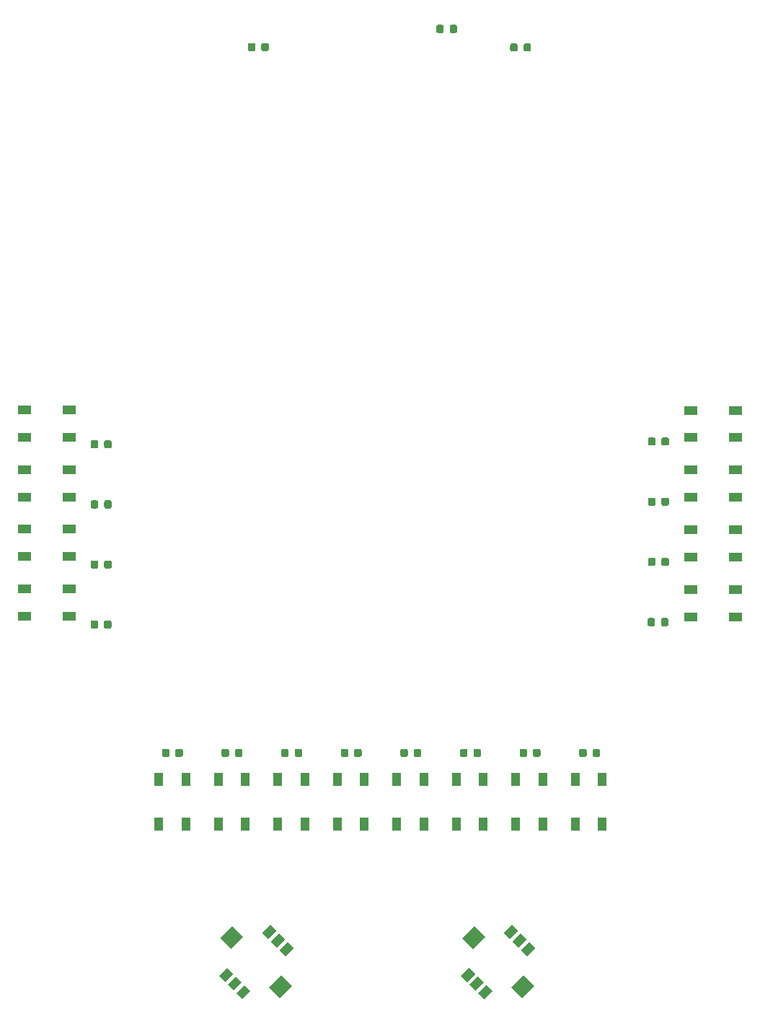
<source format=gtp>
G04 #@! TF.GenerationSoftware,KiCad,Pcbnew,(5.1.5)-3*
G04 #@! TF.CreationDate,2020-11-22T15:34:09-07:00*
G04 #@! TF.ProjectId,purplewizard,70757270-6c65-4776-997a-6172642e6b69,0.1*
G04 #@! TF.SameCoordinates,Original*
G04 #@! TF.FileFunction,Paste,Top*
G04 #@! TF.FilePolarity,Positive*
%FSLAX46Y46*%
G04 Gerber Fmt 4.6, Leading zero omitted, Abs format (unit mm)*
G04 Created by KiCad (PCBNEW (5.1.5)-3) date 2020-11-22 15:34:09*
%MOMM*%
%LPD*%
G04 APERTURE LIST*
%ADD10C,0.100000*%
%ADD11R,1.550000X1.000000*%
%ADD12R,1.000000X1.550000*%
G04 APERTURE END LIST*
D10*
G36*
X116699291Y-94530519D02*
G01*
X116720526Y-94533669D01*
X116741350Y-94538885D01*
X116761562Y-94546117D01*
X116780968Y-94555296D01*
X116799381Y-94566332D01*
X116816624Y-94579120D01*
X116832530Y-94593536D01*
X116846946Y-94609442D01*
X116859734Y-94626685D01*
X116870770Y-94645098D01*
X116879949Y-94664504D01*
X116887181Y-94684716D01*
X116892397Y-94705540D01*
X116895547Y-94726775D01*
X116896600Y-94748216D01*
X116896600Y-95260716D01*
X116895547Y-95282157D01*
X116892397Y-95303392D01*
X116887181Y-95324216D01*
X116879949Y-95344428D01*
X116870770Y-95363834D01*
X116859734Y-95382247D01*
X116846946Y-95399490D01*
X116832530Y-95415396D01*
X116816624Y-95429812D01*
X116799381Y-95442600D01*
X116780968Y-95453636D01*
X116761562Y-95462815D01*
X116741350Y-95470047D01*
X116720526Y-95475263D01*
X116699291Y-95478413D01*
X116677850Y-95479466D01*
X116240350Y-95479466D01*
X116218909Y-95478413D01*
X116197674Y-95475263D01*
X116176850Y-95470047D01*
X116156638Y-95462815D01*
X116137232Y-95453636D01*
X116118819Y-95442600D01*
X116101576Y-95429812D01*
X116085670Y-95415396D01*
X116071254Y-95399490D01*
X116058466Y-95382247D01*
X116047430Y-95363834D01*
X116038251Y-95344428D01*
X116031019Y-95324216D01*
X116025803Y-95303392D01*
X116022653Y-95282157D01*
X116021600Y-95260716D01*
X116021600Y-94748216D01*
X116022653Y-94726775D01*
X116025803Y-94705540D01*
X116031019Y-94684716D01*
X116038251Y-94664504D01*
X116047430Y-94645098D01*
X116058466Y-94626685D01*
X116071254Y-94609442D01*
X116085670Y-94593536D01*
X116101576Y-94579120D01*
X116118819Y-94566332D01*
X116137232Y-94555296D01*
X116156638Y-94546117D01*
X116176850Y-94538885D01*
X116197674Y-94533669D01*
X116218909Y-94530519D01*
X116240350Y-94529466D01*
X116677850Y-94529466D01*
X116699291Y-94530519D01*
G37*
G36*
X115124291Y-94530519D02*
G01*
X115145526Y-94533669D01*
X115166350Y-94538885D01*
X115186562Y-94546117D01*
X115205968Y-94555296D01*
X115224381Y-94566332D01*
X115241624Y-94579120D01*
X115257530Y-94593536D01*
X115271946Y-94609442D01*
X115284734Y-94626685D01*
X115295770Y-94645098D01*
X115304949Y-94664504D01*
X115312181Y-94684716D01*
X115317397Y-94705540D01*
X115320547Y-94726775D01*
X115321600Y-94748216D01*
X115321600Y-95260716D01*
X115320547Y-95282157D01*
X115317397Y-95303392D01*
X115312181Y-95324216D01*
X115304949Y-95344428D01*
X115295770Y-95363834D01*
X115284734Y-95382247D01*
X115271946Y-95399490D01*
X115257530Y-95415396D01*
X115241624Y-95429812D01*
X115224381Y-95442600D01*
X115205968Y-95453636D01*
X115186562Y-95462815D01*
X115166350Y-95470047D01*
X115145526Y-95475263D01*
X115124291Y-95478413D01*
X115102850Y-95479466D01*
X114665350Y-95479466D01*
X114643909Y-95478413D01*
X114622674Y-95475263D01*
X114601850Y-95470047D01*
X114581638Y-95462815D01*
X114562232Y-95453636D01*
X114543819Y-95442600D01*
X114526576Y-95429812D01*
X114510670Y-95415396D01*
X114496254Y-95399490D01*
X114483466Y-95382247D01*
X114472430Y-95363834D01*
X114463251Y-95344428D01*
X114456019Y-95324216D01*
X114450803Y-95303392D01*
X114447653Y-95282157D01*
X114446600Y-95260716D01*
X114446600Y-94748216D01*
X114447653Y-94726775D01*
X114450803Y-94705540D01*
X114456019Y-94684716D01*
X114463251Y-94664504D01*
X114472430Y-94645098D01*
X114483466Y-94626685D01*
X114496254Y-94609442D01*
X114510670Y-94593536D01*
X114526576Y-94579120D01*
X114543819Y-94566332D01*
X114562232Y-94555296D01*
X114581638Y-94546117D01*
X114601850Y-94538885D01*
X114622674Y-94533669D01*
X114643909Y-94530519D01*
X114665350Y-94529466D01*
X115102850Y-94529466D01*
X115124291Y-94530519D01*
G37*
G36*
X116699291Y-101574785D02*
G01*
X116720526Y-101577935D01*
X116741350Y-101583151D01*
X116761562Y-101590383D01*
X116780968Y-101599562D01*
X116799381Y-101610598D01*
X116816624Y-101623386D01*
X116832530Y-101637802D01*
X116846946Y-101653708D01*
X116859734Y-101670951D01*
X116870770Y-101689364D01*
X116879949Y-101708770D01*
X116887181Y-101728982D01*
X116892397Y-101749806D01*
X116895547Y-101771041D01*
X116896600Y-101792482D01*
X116896600Y-102304982D01*
X116895547Y-102326423D01*
X116892397Y-102347658D01*
X116887181Y-102368482D01*
X116879949Y-102388694D01*
X116870770Y-102408100D01*
X116859734Y-102426513D01*
X116846946Y-102443756D01*
X116832530Y-102459662D01*
X116816624Y-102474078D01*
X116799381Y-102486866D01*
X116780968Y-102497902D01*
X116761562Y-102507081D01*
X116741350Y-102514313D01*
X116720526Y-102519529D01*
X116699291Y-102522679D01*
X116677850Y-102523732D01*
X116240350Y-102523732D01*
X116218909Y-102522679D01*
X116197674Y-102519529D01*
X116176850Y-102514313D01*
X116156638Y-102507081D01*
X116137232Y-102497902D01*
X116118819Y-102486866D01*
X116101576Y-102474078D01*
X116085670Y-102459662D01*
X116071254Y-102443756D01*
X116058466Y-102426513D01*
X116047430Y-102408100D01*
X116038251Y-102388694D01*
X116031019Y-102368482D01*
X116025803Y-102347658D01*
X116022653Y-102326423D01*
X116021600Y-102304982D01*
X116021600Y-101792482D01*
X116022653Y-101771041D01*
X116025803Y-101749806D01*
X116031019Y-101728982D01*
X116038251Y-101708770D01*
X116047430Y-101689364D01*
X116058466Y-101670951D01*
X116071254Y-101653708D01*
X116085670Y-101637802D01*
X116101576Y-101623386D01*
X116118819Y-101610598D01*
X116137232Y-101599562D01*
X116156638Y-101590383D01*
X116176850Y-101583151D01*
X116197674Y-101577935D01*
X116218909Y-101574785D01*
X116240350Y-101573732D01*
X116677850Y-101573732D01*
X116699291Y-101574785D01*
G37*
G36*
X115124291Y-101574785D02*
G01*
X115145526Y-101577935D01*
X115166350Y-101583151D01*
X115186562Y-101590383D01*
X115205968Y-101599562D01*
X115224381Y-101610598D01*
X115241624Y-101623386D01*
X115257530Y-101637802D01*
X115271946Y-101653708D01*
X115284734Y-101670951D01*
X115295770Y-101689364D01*
X115304949Y-101708770D01*
X115312181Y-101728982D01*
X115317397Y-101749806D01*
X115320547Y-101771041D01*
X115321600Y-101792482D01*
X115321600Y-102304982D01*
X115320547Y-102326423D01*
X115317397Y-102347658D01*
X115312181Y-102368482D01*
X115304949Y-102388694D01*
X115295770Y-102408100D01*
X115284734Y-102426513D01*
X115271946Y-102443756D01*
X115257530Y-102459662D01*
X115241624Y-102474078D01*
X115224381Y-102486866D01*
X115205968Y-102497902D01*
X115186562Y-102507081D01*
X115166350Y-102514313D01*
X115145526Y-102519529D01*
X115124291Y-102522679D01*
X115102850Y-102523732D01*
X114665350Y-102523732D01*
X114643909Y-102522679D01*
X114622674Y-102519529D01*
X114601850Y-102514313D01*
X114581638Y-102507081D01*
X114562232Y-102497902D01*
X114543819Y-102486866D01*
X114526576Y-102474078D01*
X114510670Y-102459662D01*
X114496254Y-102443756D01*
X114483466Y-102426513D01*
X114472430Y-102408100D01*
X114463251Y-102388694D01*
X114456019Y-102368482D01*
X114450803Y-102347658D01*
X114447653Y-102326423D01*
X114446600Y-102304982D01*
X114446600Y-101792482D01*
X114447653Y-101771041D01*
X114450803Y-101749806D01*
X114456019Y-101728982D01*
X114463251Y-101708770D01*
X114472430Y-101689364D01*
X114483466Y-101670951D01*
X114496254Y-101653708D01*
X114510670Y-101637802D01*
X114526576Y-101623386D01*
X114543819Y-101610598D01*
X114562232Y-101599562D01*
X114581638Y-101590383D01*
X114601850Y-101583151D01*
X114622674Y-101577935D01*
X114643909Y-101574785D01*
X114665350Y-101573732D01*
X115102850Y-101573732D01*
X115124291Y-101574785D01*
G37*
G36*
X180554691Y-101278453D02*
G01*
X180575926Y-101281603D01*
X180596750Y-101286819D01*
X180616962Y-101294051D01*
X180636368Y-101303230D01*
X180654781Y-101314266D01*
X180672024Y-101327054D01*
X180687930Y-101341470D01*
X180702346Y-101357376D01*
X180715134Y-101374619D01*
X180726170Y-101393032D01*
X180735349Y-101412438D01*
X180742581Y-101432650D01*
X180747797Y-101453474D01*
X180750947Y-101474709D01*
X180752000Y-101496150D01*
X180752000Y-102008650D01*
X180750947Y-102030091D01*
X180747797Y-102051326D01*
X180742581Y-102072150D01*
X180735349Y-102092362D01*
X180726170Y-102111768D01*
X180715134Y-102130181D01*
X180702346Y-102147424D01*
X180687930Y-102163330D01*
X180672024Y-102177746D01*
X180654781Y-102190534D01*
X180636368Y-102201570D01*
X180616962Y-102210749D01*
X180596750Y-102217981D01*
X180575926Y-102223197D01*
X180554691Y-102226347D01*
X180533250Y-102227400D01*
X180095750Y-102227400D01*
X180074309Y-102226347D01*
X180053074Y-102223197D01*
X180032250Y-102217981D01*
X180012038Y-102210749D01*
X179992632Y-102201570D01*
X179974219Y-102190534D01*
X179956976Y-102177746D01*
X179941070Y-102163330D01*
X179926654Y-102147424D01*
X179913866Y-102130181D01*
X179902830Y-102111768D01*
X179893651Y-102092362D01*
X179886419Y-102072150D01*
X179881203Y-102051326D01*
X179878053Y-102030091D01*
X179877000Y-102008650D01*
X179877000Y-101496150D01*
X179878053Y-101474709D01*
X179881203Y-101453474D01*
X179886419Y-101432650D01*
X179893651Y-101412438D01*
X179902830Y-101393032D01*
X179913866Y-101374619D01*
X179926654Y-101357376D01*
X179941070Y-101341470D01*
X179956976Y-101327054D01*
X179974219Y-101314266D01*
X179992632Y-101303230D01*
X180012038Y-101294051D01*
X180032250Y-101286819D01*
X180053074Y-101281603D01*
X180074309Y-101278453D01*
X180095750Y-101277400D01*
X180533250Y-101277400D01*
X180554691Y-101278453D01*
G37*
G36*
X182129691Y-101278453D02*
G01*
X182150926Y-101281603D01*
X182171750Y-101286819D01*
X182191962Y-101294051D01*
X182211368Y-101303230D01*
X182229781Y-101314266D01*
X182247024Y-101327054D01*
X182262930Y-101341470D01*
X182277346Y-101357376D01*
X182290134Y-101374619D01*
X182301170Y-101393032D01*
X182310349Y-101412438D01*
X182317581Y-101432650D01*
X182322797Y-101453474D01*
X182325947Y-101474709D01*
X182327000Y-101496150D01*
X182327000Y-102008650D01*
X182325947Y-102030091D01*
X182322797Y-102051326D01*
X182317581Y-102072150D01*
X182310349Y-102092362D01*
X182301170Y-102111768D01*
X182290134Y-102130181D01*
X182277346Y-102147424D01*
X182262930Y-102163330D01*
X182247024Y-102177746D01*
X182229781Y-102190534D01*
X182211368Y-102201570D01*
X182191962Y-102210749D01*
X182171750Y-102217981D01*
X182150926Y-102223197D01*
X182129691Y-102226347D01*
X182108250Y-102227400D01*
X181670750Y-102227400D01*
X181649309Y-102226347D01*
X181628074Y-102223197D01*
X181607250Y-102217981D01*
X181587038Y-102210749D01*
X181567632Y-102201570D01*
X181549219Y-102190534D01*
X181531976Y-102177746D01*
X181516070Y-102163330D01*
X181501654Y-102147424D01*
X181488866Y-102130181D01*
X181477830Y-102111768D01*
X181468651Y-102092362D01*
X181461419Y-102072150D01*
X181456203Y-102051326D01*
X181453053Y-102030091D01*
X181452000Y-102008650D01*
X181452000Y-101496150D01*
X181453053Y-101474709D01*
X181456203Y-101453474D01*
X181461419Y-101432650D01*
X181468651Y-101412438D01*
X181477830Y-101393032D01*
X181488866Y-101374619D01*
X181501654Y-101357376D01*
X181516070Y-101341470D01*
X181531976Y-101327054D01*
X181549219Y-101314266D01*
X181567632Y-101303230D01*
X181587038Y-101294051D01*
X181607250Y-101286819D01*
X181628074Y-101281603D01*
X181649309Y-101278453D01*
X181670750Y-101277400D01*
X182108250Y-101277400D01*
X182129691Y-101278453D01*
G37*
G36*
X137479919Y-123681253D02*
G01*
X137501154Y-123684403D01*
X137521978Y-123689619D01*
X137542190Y-123696851D01*
X137561596Y-123706030D01*
X137580009Y-123717066D01*
X137597252Y-123729854D01*
X137613158Y-123744270D01*
X137627574Y-123760176D01*
X137640362Y-123777419D01*
X137651398Y-123795832D01*
X137660577Y-123815238D01*
X137667809Y-123835450D01*
X137673025Y-123856274D01*
X137676175Y-123877509D01*
X137677228Y-123898950D01*
X137677228Y-124411450D01*
X137676175Y-124432891D01*
X137673025Y-124454126D01*
X137667809Y-124474950D01*
X137660577Y-124495162D01*
X137651398Y-124514568D01*
X137640362Y-124532981D01*
X137627574Y-124550224D01*
X137613158Y-124566130D01*
X137597252Y-124580546D01*
X137580009Y-124593334D01*
X137561596Y-124604370D01*
X137542190Y-124613549D01*
X137521978Y-124620781D01*
X137501154Y-124625997D01*
X137479919Y-124629147D01*
X137458478Y-124630200D01*
X137020978Y-124630200D01*
X136999537Y-124629147D01*
X136978302Y-124625997D01*
X136957478Y-124620781D01*
X136937266Y-124613549D01*
X136917860Y-124604370D01*
X136899447Y-124593334D01*
X136882204Y-124580546D01*
X136866298Y-124566130D01*
X136851882Y-124550224D01*
X136839094Y-124532981D01*
X136828058Y-124514568D01*
X136818879Y-124495162D01*
X136811647Y-124474950D01*
X136806431Y-124454126D01*
X136803281Y-124432891D01*
X136802228Y-124411450D01*
X136802228Y-123898950D01*
X136803281Y-123877509D01*
X136806431Y-123856274D01*
X136811647Y-123835450D01*
X136818879Y-123815238D01*
X136828058Y-123795832D01*
X136839094Y-123777419D01*
X136851882Y-123760176D01*
X136866298Y-123744270D01*
X136882204Y-123729854D01*
X136899447Y-123717066D01*
X136917860Y-123706030D01*
X136937266Y-123696851D01*
X136957478Y-123689619D01*
X136978302Y-123684403D01*
X136999537Y-123681253D01*
X137020978Y-123680200D01*
X137458478Y-123680200D01*
X137479919Y-123681253D01*
G37*
G36*
X139054919Y-123681253D02*
G01*
X139076154Y-123684403D01*
X139096978Y-123689619D01*
X139117190Y-123696851D01*
X139136596Y-123706030D01*
X139155009Y-123717066D01*
X139172252Y-123729854D01*
X139188158Y-123744270D01*
X139202574Y-123760176D01*
X139215362Y-123777419D01*
X139226398Y-123795832D01*
X139235577Y-123815238D01*
X139242809Y-123835450D01*
X139248025Y-123856274D01*
X139251175Y-123877509D01*
X139252228Y-123898950D01*
X139252228Y-124411450D01*
X139251175Y-124432891D01*
X139248025Y-124454126D01*
X139242809Y-124474950D01*
X139235577Y-124495162D01*
X139226398Y-124514568D01*
X139215362Y-124532981D01*
X139202574Y-124550224D01*
X139188158Y-124566130D01*
X139172252Y-124580546D01*
X139155009Y-124593334D01*
X139136596Y-124604370D01*
X139117190Y-124613549D01*
X139096978Y-124620781D01*
X139076154Y-124625997D01*
X139054919Y-124629147D01*
X139033478Y-124630200D01*
X138595978Y-124630200D01*
X138574537Y-124629147D01*
X138553302Y-124625997D01*
X138532478Y-124620781D01*
X138512266Y-124613549D01*
X138492860Y-124604370D01*
X138474447Y-124593334D01*
X138457204Y-124580546D01*
X138441298Y-124566130D01*
X138426882Y-124550224D01*
X138414094Y-124532981D01*
X138403058Y-124514568D01*
X138393879Y-124495162D01*
X138386647Y-124474950D01*
X138381431Y-124454126D01*
X138378281Y-124432891D01*
X138377228Y-124411450D01*
X138377228Y-123898950D01*
X138378281Y-123877509D01*
X138381431Y-123856274D01*
X138386647Y-123835450D01*
X138393879Y-123815238D01*
X138403058Y-123795832D01*
X138414094Y-123777419D01*
X138426882Y-123760176D01*
X138441298Y-123744270D01*
X138457204Y-123729854D01*
X138474447Y-123717066D01*
X138492860Y-123706030D01*
X138512266Y-123696851D01*
X138532478Y-123689619D01*
X138553302Y-123684403D01*
X138574537Y-123681253D01*
X138595978Y-123680200D01*
X139033478Y-123680200D01*
X139054919Y-123681253D01*
G37*
G36*
X135153291Y-40869653D02*
G01*
X135174526Y-40872803D01*
X135195350Y-40878019D01*
X135215562Y-40885251D01*
X135234968Y-40894430D01*
X135253381Y-40905466D01*
X135270624Y-40918254D01*
X135286530Y-40932670D01*
X135300946Y-40948576D01*
X135313734Y-40965819D01*
X135324770Y-40984232D01*
X135333949Y-41003638D01*
X135341181Y-41023850D01*
X135346397Y-41044674D01*
X135349547Y-41065909D01*
X135350600Y-41087350D01*
X135350600Y-41599850D01*
X135349547Y-41621291D01*
X135346397Y-41642526D01*
X135341181Y-41663350D01*
X135333949Y-41683562D01*
X135324770Y-41702968D01*
X135313734Y-41721381D01*
X135300946Y-41738624D01*
X135286530Y-41754530D01*
X135270624Y-41768946D01*
X135253381Y-41781734D01*
X135234968Y-41792770D01*
X135215562Y-41801949D01*
X135195350Y-41809181D01*
X135174526Y-41814397D01*
X135153291Y-41817547D01*
X135131850Y-41818600D01*
X134694350Y-41818600D01*
X134672909Y-41817547D01*
X134651674Y-41814397D01*
X134630850Y-41809181D01*
X134610638Y-41801949D01*
X134591232Y-41792770D01*
X134572819Y-41781734D01*
X134555576Y-41768946D01*
X134539670Y-41754530D01*
X134525254Y-41738624D01*
X134512466Y-41721381D01*
X134501430Y-41702968D01*
X134492251Y-41683562D01*
X134485019Y-41663350D01*
X134479803Y-41642526D01*
X134476653Y-41621291D01*
X134475600Y-41599850D01*
X134475600Y-41087350D01*
X134476653Y-41065909D01*
X134479803Y-41044674D01*
X134485019Y-41023850D01*
X134492251Y-41003638D01*
X134501430Y-40984232D01*
X134512466Y-40965819D01*
X134525254Y-40948576D01*
X134539670Y-40932670D01*
X134555576Y-40918254D01*
X134572819Y-40905466D01*
X134591232Y-40894430D01*
X134610638Y-40885251D01*
X134630850Y-40878019D01*
X134651674Y-40872803D01*
X134672909Y-40869653D01*
X134694350Y-40868600D01*
X135131850Y-40868600D01*
X135153291Y-40869653D01*
G37*
G36*
X133578291Y-40869653D02*
G01*
X133599526Y-40872803D01*
X133620350Y-40878019D01*
X133640562Y-40885251D01*
X133659968Y-40894430D01*
X133678381Y-40905466D01*
X133695624Y-40918254D01*
X133711530Y-40932670D01*
X133725946Y-40948576D01*
X133738734Y-40965819D01*
X133749770Y-40984232D01*
X133758949Y-41003638D01*
X133766181Y-41023850D01*
X133771397Y-41044674D01*
X133774547Y-41065909D01*
X133775600Y-41087350D01*
X133775600Y-41599850D01*
X133774547Y-41621291D01*
X133771397Y-41642526D01*
X133766181Y-41663350D01*
X133758949Y-41683562D01*
X133749770Y-41702968D01*
X133738734Y-41721381D01*
X133725946Y-41738624D01*
X133711530Y-41754530D01*
X133695624Y-41768946D01*
X133678381Y-41781734D01*
X133659968Y-41792770D01*
X133640562Y-41801949D01*
X133620350Y-41809181D01*
X133599526Y-41814397D01*
X133578291Y-41817547D01*
X133556850Y-41818600D01*
X133119350Y-41818600D01*
X133097909Y-41817547D01*
X133076674Y-41814397D01*
X133055850Y-41809181D01*
X133035638Y-41801949D01*
X133016232Y-41792770D01*
X132997819Y-41781734D01*
X132980576Y-41768946D01*
X132964670Y-41754530D01*
X132950254Y-41738624D01*
X132937466Y-41721381D01*
X132926430Y-41702968D01*
X132917251Y-41683562D01*
X132910019Y-41663350D01*
X132904803Y-41642526D01*
X132901653Y-41621291D01*
X132900600Y-41599850D01*
X132900600Y-41087350D01*
X132901653Y-41065909D01*
X132904803Y-41044674D01*
X132910019Y-41023850D01*
X132917251Y-41003638D01*
X132926430Y-40984232D01*
X132937466Y-40965819D01*
X132950254Y-40948576D01*
X132964670Y-40932670D01*
X132980576Y-40918254D01*
X132997819Y-40905466D01*
X133016232Y-40894430D01*
X133035638Y-40885251D01*
X133055850Y-40878019D01*
X133076674Y-40872803D01*
X133097909Y-40869653D01*
X133119350Y-40868600D01*
X133556850Y-40868600D01*
X133578291Y-40869653D01*
G37*
G36*
X116673891Y-108619053D02*
G01*
X116695126Y-108622203D01*
X116715950Y-108627419D01*
X116736162Y-108634651D01*
X116755568Y-108643830D01*
X116773981Y-108654866D01*
X116791224Y-108667654D01*
X116807130Y-108682070D01*
X116821546Y-108697976D01*
X116834334Y-108715219D01*
X116845370Y-108733632D01*
X116854549Y-108753038D01*
X116861781Y-108773250D01*
X116866997Y-108794074D01*
X116870147Y-108815309D01*
X116871200Y-108836750D01*
X116871200Y-109349250D01*
X116870147Y-109370691D01*
X116866997Y-109391926D01*
X116861781Y-109412750D01*
X116854549Y-109432962D01*
X116845370Y-109452368D01*
X116834334Y-109470781D01*
X116821546Y-109488024D01*
X116807130Y-109503930D01*
X116791224Y-109518346D01*
X116773981Y-109531134D01*
X116755568Y-109542170D01*
X116736162Y-109551349D01*
X116715950Y-109558581D01*
X116695126Y-109563797D01*
X116673891Y-109566947D01*
X116652450Y-109568000D01*
X116214950Y-109568000D01*
X116193509Y-109566947D01*
X116172274Y-109563797D01*
X116151450Y-109558581D01*
X116131238Y-109551349D01*
X116111832Y-109542170D01*
X116093419Y-109531134D01*
X116076176Y-109518346D01*
X116060270Y-109503930D01*
X116045854Y-109488024D01*
X116033066Y-109470781D01*
X116022030Y-109452368D01*
X116012851Y-109432962D01*
X116005619Y-109412750D01*
X116000403Y-109391926D01*
X115997253Y-109370691D01*
X115996200Y-109349250D01*
X115996200Y-108836750D01*
X115997253Y-108815309D01*
X116000403Y-108794074D01*
X116005619Y-108773250D01*
X116012851Y-108753038D01*
X116022030Y-108733632D01*
X116033066Y-108715219D01*
X116045854Y-108697976D01*
X116060270Y-108682070D01*
X116076176Y-108667654D01*
X116093419Y-108654866D01*
X116111832Y-108643830D01*
X116131238Y-108634651D01*
X116151450Y-108627419D01*
X116172274Y-108622203D01*
X116193509Y-108619053D01*
X116214950Y-108618000D01*
X116652450Y-108618000D01*
X116673891Y-108619053D01*
G37*
G36*
X115098891Y-108619053D02*
G01*
X115120126Y-108622203D01*
X115140950Y-108627419D01*
X115161162Y-108634651D01*
X115180568Y-108643830D01*
X115198981Y-108654866D01*
X115216224Y-108667654D01*
X115232130Y-108682070D01*
X115246546Y-108697976D01*
X115259334Y-108715219D01*
X115270370Y-108733632D01*
X115279549Y-108753038D01*
X115286781Y-108773250D01*
X115291997Y-108794074D01*
X115295147Y-108815309D01*
X115296200Y-108836750D01*
X115296200Y-109349250D01*
X115295147Y-109370691D01*
X115291997Y-109391926D01*
X115286781Y-109412750D01*
X115279549Y-109432962D01*
X115270370Y-109452368D01*
X115259334Y-109470781D01*
X115246546Y-109488024D01*
X115232130Y-109503930D01*
X115216224Y-109518346D01*
X115198981Y-109531134D01*
X115180568Y-109542170D01*
X115161162Y-109551349D01*
X115140950Y-109558581D01*
X115120126Y-109563797D01*
X115098891Y-109566947D01*
X115077450Y-109568000D01*
X114639950Y-109568000D01*
X114618509Y-109566947D01*
X114597274Y-109563797D01*
X114576450Y-109558581D01*
X114556238Y-109551349D01*
X114536832Y-109542170D01*
X114518419Y-109531134D01*
X114501176Y-109518346D01*
X114485270Y-109503930D01*
X114470854Y-109488024D01*
X114458066Y-109470781D01*
X114447030Y-109452368D01*
X114437851Y-109432962D01*
X114430619Y-109412750D01*
X114425403Y-109391926D01*
X114422253Y-109370691D01*
X114421200Y-109349250D01*
X114421200Y-108836750D01*
X114422253Y-108815309D01*
X114425403Y-108794074D01*
X114430619Y-108773250D01*
X114437851Y-108753038D01*
X114447030Y-108733632D01*
X114458066Y-108715219D01*
X114470854Y-108697976D01*
X114485270Y-108682070D01*
X114501176Y-108667654D01*
X114518419Y-108654866D01*
X114536832Y-108643830D01*
X114556238Y-108634651D01*
X114576450Y-108627419D01*
X114597274Y-108622203D01*
X114618509Y-108619053D01*
X114639950Y-108618000D01*
X115077450Y-108618000D01*
X115098891Y-108619053D01*
G37*
G36*
X165943291Y-40929653D02*
G01*
X165964526Y-40932803D01*
X165985350Y-40938019D01*
X166005562Y-40945251D01*
X166024968Y-40954430D01*
X166043381Y-40965466D01*
X166060624Y-40978254D01*
X166076530Y-40992670D01*
X166090946Y-41008576D01*
X166103734Y-41025819D01*
X166114770Y-41044232D01*
X166123949Y-41063638D01*
X166131181Y-41083850D01*
X166136397Y-41104674D01*
X166139547Y-41125909D01*
X166140600Y-41147350D01*
X166140600Y-41659850D01*
X166139547Y-41681291D01*
X166136397Y-41702526D01*
X166131181Y-41723350D01*
X166123949Y-41743562D01*
X166114770Y-41762968D01*
X166103734Y-41781381D01*
X166090946Y-41798624D01*
X166076530Y-41814530D01*
X166060624Y-41828946D01*
X166043381Y-41841734D01*
X166024968Y-41852770D01*
X166005562Y-41861949D01*
X165985350Y-41869181D01*
X165964526Y-41874397D01*
X165943291Y-41877547D01*
X165921850Y-41878600D01*
X165484350Y-41878600D01*
X165462909Y-41877547D01*
X165441674Y-41874397D01*
X165420850Y-41869181D01*
X165400638Y-41861949D01*
X165381232Y-41852770D01*
X165362819Y-41841734D01*
X165345576Y-41828946D01*
X165329670Y-41814530D01*
X165315254Y-41798624D01*
X165302466Y-41781381D01*
X165291430Y-41762968D01*
X165282251Y-41743562D01*
X165275019Y-41723350D01*
X165269803Y-41702526D01*
X165266653Y-41681291D01*
X165265600Y-41659850D01*
X165265600Y-41147350D01*
X165266653Y-41125909D01*
X165269803Y-41104674D01*
X165275019Y-41083850D01*
X165282251Y-41063638D01*
X165291430Y-41044232D01*
X165302466Y-41025819D01*
X165315254Y-41008576D01*
X165329670Y-40992670D01*
X165345576Y-40978254D01*
X165362819Y-40965466D01*
X165381232Y-40954430D01*
X165400638Y-40945251D01*
X165420850Y-40938019D01*
X165441674Y-40932803D01*
X165462909Y-40929653D01*
X165484350Y-40928600D01*
X165921850Y-40928600D01*
X165943291Y-40929653D01*
G37*
G36*
X164368291Y-40929653D02*
G01*
X164389526Y-40932803D01*
X164410350Y-40938019D01*
X164430562Y-40945251D01*
X164449968Y-40954430D01*
X164468381Y-40965466D01*
X164485624Y-40978254D01*
X164501530Y-40992670D01*
X164515946Y-41008576D01*
X164528734Y-41025819D01*
X164539770Y-41044232D01*
X164548949Y-41063638D01*
X164556181Y-41083850D01*
X164561397Y-41104674D01*
X164564547Y-41125909D01*
X164565600Y-41147350D01*
X164565600Y-41659850D01*
X164564547Y-41681291D01*
X164561397Y-41702526D01*
X164556181Y-41723350D01*
X164548949Y-41743562D01*
X164539770Y-41762968D01*
X164528734Y-41781381D01*
X164515946Y-41798624D01*
X164501530Y-41814530D01*
X164485624Y-41828946D01*
X164468381Y-41841734D01*
X164449968Y-41852770D01*
X164430562Y-41861949D01*
X164410350Y-41869181D01*
X164389526Y-41874397D01*
X164368291Y-41877547D01*
X164346850Y-41878600D01*
X163909350Y-41878600D01*
X163887909Y-41877547D01*
X163866674Y-41874397D01*
X163845850Y-41869181D01*
X163825638Y-41861949D01*
X163806232Y-41852770D01*
X163787819Y-41841734D01*
X163770576Y-41828946D01*
X163754670Y-41814530D01*
X163740254Y-41798624D01*
X163727466Y-41781381D01*
X163716430Y-41762968D01*
X163707251Y-41743562D01*
X163700019Y-41723350D01*
X163694803Y-41702526D01*
X163691653Y-41681291D01*
X163690600Y-41659850D01*
X163690600Y-41147350D01*
X163691653Y-41125909D01*
X163694803Y-41104674D01*
X163700019Y-41083850D01*
X163707251Y-41063638D01*
X163716430Y-41044232D01*
X163727466Y-41025819D01*
X163740254Y-41008576D01*
X163754670Y-40992670D01*
X163770576Y-40978254D01*
X163787819Y-40965466D01*
X163806232Y-40954430D01*
X163825638Y-40945251D01*
X163845850Y-40938019D01*
X163866674Y-40932803D01*
X163887909Y-40929653D01*
X163909350Y-40928600D01*
X164346850Y-40928600D01*
X164368291Y-40929653D01*
G37*
G36*
X116699291Y-87486253D02*
G01*
X116720526Y-87489403D01*
X116741350Y-87494619D01*
X116761562Y-87501851D01*
X116780968Y-87511030D01*
X116799381Y-87522066D01*
X116816624Y-87534854D01*
X116832530Y-87549270D01*
X116846946Y-87565176D01*
X116859734Y-87582419D01*
X116870770Y-87600832D01*
X116879949Y-87620238D01*
X116887181Y-87640450D01*
X116892397Y-87661274D01*
X116895547Y-87682509D01*
X116896600Y-87703950D01*
X116896600Y-88216450D01*
X116895547Y-88237891D01*
X116892397Y-88259126D01*
X116887181Y-88279950D01*
X116879949Y-88300162D01*
X116870770Y-88319568D01*
X116859734Y-88337981D01*
X116846946Y-88355224D01*
X116832530Y-88371130D01*
X116816624Y-88385546D01*
X116799381Y-88398334D01*
X116780968Y-88409370D01*
X116761562Y-88418549D01*
X116741350Y-88425781D01*
X116720526Y-88430997D01*
X116699291Y-88434147D01*
X116677850Y-88435200D01*
X116240350Y-88435200D01*
X116218909Y-88434147D01*
X116197674Y-88430997D01*
X116176850Y-88425781D01*
X116156638Y-88418549D01*
X116137232Y-88409370D01*
X116118819Y-88398334D01*
X116101576Y-88385546D01*
X116085670Y-88371130D01*
X116071254Y-88355224D01*
X116058466Y-88337981D01*
X116047430Y-88319568D01*
X116038251Y-88300162D01*
X116031019Y-88279950D01*
X116025803Y-88259126D01*
X116022653Y-88237891D01*
X116021600Y-88216450D01*
X116021600Y-87703950D01*
X116022653Y-87682509D01*
X116025803Y-87661274D01*
X116031019Y-87640450D01*
X116038251Y-87620238D01*
X116047430Y-87600832D01*
X116058466Y-87582419D01*
X116071254Y-87565176D01*
X116085670Y-87549270D01*
X116101576Y-87534854D01*
X116118819Y-87522066D01*
X116137232Y-87511030D01*
X116156638Y-87501851D01*
X116176850Y-87494619D01*
X116197674Y-87489403D01*
X116218909Y-87486253D01*
X116240350Y-87485200D01*
X116677850Y-87485200D01*
X116699291Y-87486253D01*
G37*
G36*
X115124291Y-87486253D02*
G01*
X115145526Y-87489403D01*
X115166350Y-87494619D01*
X115186562Y-87501851D01*
X115205968Y-87511030D01*
X115224381Y-87522066D01*
X115241624Y-87534854D01*
X115257530Y-87549270D01*
X115271946Y-87565176D01*
X115284734Y-87582419D01*
X115295770Y-87600832D01*
X115304949Y-87620238D01*
X115312181Y-87640450D01*
X115317397Y-87661274D01*
X115320547Y-87682509D01*
X115321600Y-87703950D01*
X115321600Y-88216450D01*
X115320547Y-88237891D01*
X115317397Y-88259126D01*
X115312181Y-88279950D01*
X115304949Y-88300162D01*
X115295770Y-88319568D01*
X115284734Y-88337981D01*
X115271946Y-88355224D01*
X115257530Y-88371130D01*
X115241624Y-88385546D01*
X115224381Y-88398334D01*
X115205968Y-88409370D01*
X115186562Y-88418549D01*
X115166350Y-88425781D01*
X115145526Y-88430997D01*
X115124291Y-88434147D01*
X115102850Y-88435200D01*
X114665350Y-88435200D01*
X114643909Y-88434147D01*
X114622674Y-88430997D01*
X114601850Y-88425781D01*
X114581638Y-88418549D01*
X114562232Y-88409370D01*
X114543819Y-88398334D01*
X114526576Y-88385546D01*
X114510670Y-88371130D01*
X114496254Y-88355224D01*
X114483466Y-88337981D01*
X114472430Y-88319568D01*
X114463251Y-88300162D01*
X114456019Y-88279950D01*
X114450803Y-88259126D01*
X114447653Y-88237891D01*
X114446600Y-88216450D01*
X114446600Y-87703950D01*
X114447653Y-87682509D01*
X114450803Y-87661274D01*
X114456019Y-87640450D01*
X114463251Y-87620238D01*
X114472430Y-87600832D01*
X114483466Y-87582419D01*
X114496254Y-87565176D01*
X114510670Y-87549270D01*
X114526576Y-87534854D01*
X114543819Y-87522066D01*
X114562232Y-87511030D01*
X114581638Y-87501851D01*
X114601850Y-87494619D01*
X114622674Y-87489403D01*
X114643909Y-87486253D01*
X114665350Y-87485200D01*
X115102850Y-87485200D01*
X115124291Y-87486253D01*
G37*
G36*
X130480405Y-123681253D02*
G01*
X130501640Y-123684403D01*
X130522464Y-123689619D01*
X130542676Y-123696851D01*
X130562082Y-123706030D01*
X130580495Y-123717066D01*
X130597738Y-123729854D01*
X130613644Y-123744270D01*
X130628060Y-123760176D01*
X130640848Y-123777419D01*
X130651884Y-123795832D01*
X130661063Y-123815238D01*
X130668295Y-123835450D01*
X130673511Y-123856274D01*
X130676661Y-123877509D01*
X130677714Y-123898950D01*
X130677714Y-124411450D01*
X130676661Y-124432891D01*
X130673511Y-124454126D01*
X130668295Y-124474950D01*
X130661063Y-124495162D01*
X130651884Y-124514568D01*
X130640848Y-124532981D01*
X130628060Y-124550224D01*
X130613644Y-124566130D01*
X130597738Y-124580546D01*
X130580495Y-124593334D01*
X130562082Y-124604370D01*
X130542676Y-124613549D01*
X130522464Y-124620781D01*
X130501640Y-124625997D01*
X130480405Y-124629147D01*
X130458964Y-124630200D01*
X130021464Y-124630200D01*
X130000023Y-124629147D01*
X129978788Y-124625997D01*
X129957964Y-124620781D01*
X129937752Y-124613549D01*
X129918346Y-124604370D01*
X129899933Y-124593334D01*
X129882690Y-124580546D01*
X129866784Y-124566130D01*
X129852368Y-124550224D01*
X129839580Y-124532981D01*
X129828544Y-124514568D01*
X129819365Y-124495162D01*
X129812133Y-124474950D01*
X129806917Y-124454126D01*
X129803767Y-124432891D01*
X129802714Y-124411450D01*
X129802714Y-123898950D01*
X129803767Y-123877509D01*
X129806917Y-123856274D01*
X129812133Y-123835450D01*
X129819365Y-123815238D01*
X129828544Y-123795832D01*
X129839580Y-123777419D01*
X129852368Y-123760176D01*
X129866784Y-123744270D01*
X129882690Y-123729854D01*
X129899933Y-123717066D01*
X129918346Y-123706030D01*
X129937752Y-123696851D01*
X129957964Y-123689619D01*
X129978788Y-123684403D01*
X130000023Y-123681253D01*
X130021464Y-123680200D01*
X130458964Y-123680200D01*
X130480405Y-123681253D01*
G37*
G36*
X132055405Y-123681253D02*
G01*
X132076640Y-123684403D01*
X132097464Y-123689619D01*
X132117676Y-123696851D01*
X132137082Y-123706030D01*
X132155495Y-123717066D01*
X132172738Y-123729854D01*
X132188644Y-123744270D01*
X132203060Y-123760176D01*
X132215848Y-123777419D01*
X132226884Y-123795832D01*
X132236063Y-123815238D01*
X132243295Y-123835450D01*
X132248511Y-123856274D01*
X132251661Y-123877509D01*
X132252714Y-123898950D01*
X132252714Y-124411450D01*
X132251661Y-124432891D01*
X132248511Y-124454126D01*
X132243295Y-124474950D01*
X132236063Y-124495162D01*
X132226884Y-124514568D01*
X132215848Y-124532981D01*
X132203060Y-124550224D01*
X132188644Y-124566130D01*
X132172738Y-124580546D01*
X132155495Y-124593334D01*
X132137082Y-124604370D01*
X132117676Y-124613549D01*
X132097464Y-124620781D01*
X132076640Y-124625997D01*
X132055405Y-124629147D01*
X132033964Y-124630200D01*
X131596464Y-124630200D01*
X131575023Y-124629147D01*
X131553788Y-124625997D01*
X131532964Y-124620781D01*
X131512752Y-124613549D01*
X131493346Y-124604370D01*
X131474933Y-124593334D01*
X131457690Y-124580546D01*
X131441784Y-124566130D01*
X131427368Y-124550224D01*
X131414580Y-124532981D01*
X131403544Y-124514568D01*
X131394365Y-124495162D01*
X131387133Y-124474950D01*
X131381917Y-124454126D01*
X131378767Y-124432891D01*
X131377714Y-124411450D01*
X131377714Y-123898950D01*
X131378767Y-123877509D01*
X131381917Y-123856274D01*
X131387133Y-123835450D01*
X131394365Y-123815238D01*
X131403544Y-123795832D01*
X131414580Y-123777419D01*
X131427368Y-123760176D01*
X131441784Y-123744270D01*
X131457690Y-123729854D01*
X131474933Y-123717066D01*
X131493346Y-123706030D01*
X131512752Y-123696851D01*
X131532964Y-123689619D01*
X131553788Y-123684403D01*
X131575023Y-123681253D01*
X131596464Y-123680200D01*
X132033964Y-123680200D01*
X132055405Y-123681253D01*
G37*
G36*
X165477975Y-123681253D02*
G01*
X165499210Y-123684403D01*
X165520034Y-123689619D01*
X165540246Y-123696851D01*
X165559652Y-123706030D01*
X165578065Y-123717066D01*
X165595308Y-123729854D01*
X165611214Y-123744270D01*
X165625630Y-123760176D01*
X165638418Y-123777419D01*
X165649454Y-123795832D01*
X165658633Y-123815238D01*
X165665865Y-123835450D01*
X165671081Y-123856274D01*
X165674231Y-123877509D01*
X165675284Y-123898950D01*
X165675284Y-124411450D01*
X165674231Y-124432891D01*
X165671081Y-124454126D01*
X165665865Y-124474950D01*
X165658633Y-124495162D01*
X165649454Y-124514568D01*
X165638418Y-124532981D01*
X165625630Y-124550224D01*
X165611214Y-124566130D01*
X165595308Y-124580546D01*
X165578065Y-124593334D01*
X165559652Y-124604370D01*
X165540246Y-124613549D01*
X165520034Y-124620781D01*
X165499210Y-124625997D01*
X165477975Y-124629147D01*
X165456534Y-124630200D01*
X165019034Y-124630200D01*
X164997593Y-124629147D01*
X164976358Y-124625997D01*
X164955534Y-124620781D01*
X164935322Y-124613549D01*
X164915916Y-124604370D01*
X164897503Y-124593334D01*
X164880260Y-124580546D01*
X164864354Y-124566130D01*
X164849938Y-124550224D01*
X164837150Y-124532981D01*
X164826114Y-124514568D01*
X164816935Y-124495162D01*
X164809703Y-124474950D01*
X164804487Y-124454126D01*
X164801337Y-124432891D01*
X164800284Y-124411450D01*
X164800284Y-123898950D01*
X164801337Y-123877509D01*
X164804487Y-123856274D01*
X164809703Y-123835450D01*
X164816935Y-123815238D01*
X164826114Y-123795832D01*
X164837150Y-123777419D01*
X164849938Y-123760176D01*
X164864354Y-123744270D01*
X164880260Y-123729854D01*
X164897503Y-123717066D01*
X164915916Y-123706030D01*
X164935322Y-123696851D01*
X164955534Y-123689619D01*
X164976358Y-123684403D01*
X164997593Y-123681253D01*
X165019034Y-123680200D01*
X165456534Y-123680200D01*
X165477975Y-123681253D01*
G37*
G36*
X167052975Y-123681253D02*
G01*
X167074210Y-123684403D01*
X167095034Y-123689619D01*
X167115246Y-123696851D01*
X167134652Y-123706030D01*
X167153065Y-123717066D01*
X167170308Y-123729854D01*
X167186214Y-123744270D01*
X167200630Y-123760176D01*
X167213418Y-123777419D01*
X167224454Y-123795832D01*
X167233633Y-123815238D01*
X167240865Y-123835450D01*
X167246081Y-123856274D01*
X167249231Y-123877509D01*
X167250284Y-123898950D01*
X167250284Y-124411450D01*
X167249231Y-124432891D01*
X167246081Y-124454126D01*
X167240865Y-124474950D01*
X167233633Y-124495162D01*
X167224454Y-124514568D01*
X167213418Y-124532981D01*
X167200630Y-124550224D01*
X167186214Y-124566130D01*
X167170308Y-124580546D01*
X167153065Y-124593334D01*
X167134652Y-124604370D01*
X167115246Y-124613549D01*
X167095034Y-124620781D01*
X167074210Y-124625997D01*
X167052975Y-124629147D01*
X167031534Y-124630200D01*
X166594034Y-124630200D01*
X166572593Y-124629147D01*
X166551358Y-124625997D01*
X166530534Y-124620781D01*
X166510322Y-124613549D01*
X166490916Y-124604370D01*
X166472503Y-124593334D01*
X166455260Y-124580546D01*
X166439354Y-124566130D01*
X166424938Y-124550224D01*
X166412150Y-124532981D01*
X166401114Y-124514568D01*
X166391935Y-124495162D01*
X166384703Y-124474950D01*
X166379487Y-124454126D01*
X166376337Y-124432891D01*
X166375284Y-124411450D01*
X166375284Y-123898950D01*
X166376337Y-123877509D01*
X166379487Y-123856274D01*
X166384703Y-123835450D01*
X166391935Y-123815238D01*
X166401114Y-123795832D01*
X166412150Y-123777419D01*
X166424938Y-123760176D01*
X166439354Y-123744270D01*
X166455260Y-123729854D01*
X166472503Y-123717066D01*
X166490916Y-123706030D01*
X166510322Y-123696851D01*
X166530534Y-123689619D01*
X166551358Y-123684403D01*
X166572593Y-123681253D01*
X166594034Y-123680200D01*
X167031534Y-123680200D01*
X167052975Y-123681253D01*
G37*
G36*
X151478947Y-123681253D02*
G01*
X151500182Y-123684403D01*
X151521006Y-123689619D01*
X151541218Y-123696851D01*
X151560624Y-123706030D01*
X151579037Y-123717066D01*
X151596280Y-123729854D01*
X151612186Y-123744270D01*
X151626602Y-123760176D01*
X151639390Y-123777419D01*
X151650426Y-123795832D01*
X151659605Y-123815238D01*
X151666837Y-123835450D01*
X151672053Y-123856274D01*
X151675203Y-123877509D01*
X151676256Y-123898950D01*
X151676256Y-124411450D01*
X151675203Y-124432891D01*
X151672053Y-124454126D01*
X151666837Y-124474950D01*
X151659605Y-124495162D01*
X151650426Y-124514568D01*
X151639390Y-124532981D01*
X151626602Y-124550224D01*
X151612186Y-124566130D01*
X151596280Y-124580546D01*
X151579037Y-124593334D01*
X151560624Y-124604370D01*
X151541218Y-124613549D01*
X151521006Y-124620781D01*
X151500182Y-124625997D01*
X151478947Y-124629147D01*
X151457506Y-124630200D01*
X151020006Y-124630200D01*
X150998565Y-124629147D01*
X150977330Y-124625997D01*
X150956506Y-124620781D01*
X150936294Y-124613549D01*
X150916888Y-124604370D01*
X150898475Y-124593334D01*
X150881232Y-124580546D01*
X150865326Y-124566130D01*
X150850910Y-124550224D01*
X150838122Y-124532981D01*
X150827086Y-124514568D01*
X150817907Y-124495162D01*
X150810675Y-124474950D01*
X150805459Y-124454126D01*
X150802309Y-124432891D01*
X150801256Y-124411450D01*
X150801256Y-123898950D01*
X150802309Y-123877509D01*
X150805459Y-123856274D01*
X150810675Y-123835450D01*
X150817907Y-123815238D01*
X150827086Y-123795832D01*
X150838122Y-123777419D01*
X150850910Y-123760176D01*
X150865326Y-123744270D01*
X150881232Y-123729854D01*
X150898475Y-123717066D01*
X150916888Y-123706030D01*
X150936294Y-123696851D01*
X150956506Y-123689619D01*
X150977330Y-123684403D01*
X150998565Y-123681253D01*
X151020006Y-123680200D01*
X151457506Y-123680200D01*
X151478947Y-123681253D01*
G37*
G36*
X153053947Y-123681253D02*
G01*
X153075182Y-123684403D01*
X153096006Y-123689619D01*
X153116218Y-123696851D01*
X153135624Y-123706030D01*
X153154037Y-123717066D01*
X153171280Y-123729854D01*
X153187186Y-123744270D01*
X153201602Y-123760176D01*
X153214390Y-123777419D01*
X153225426Y-123795832D01*
X153234605Y-123815238D01*
X153241837Y-123835450D01*
X153247053Y-123856274D01*
X153250203Y-123877509D01*
X153251256Y-123898950D01*
X153251256Y-124411450D01*
X153250203Y-124432891D01*
X153247053Y-124454126D01*
X153241837Y-124474950D01*
X153234605Y-124495162D01*
X153225426Y-124514568D01*
X153214390Y-124532981D01*
X153201602Y-124550224D01*
X153187186Y-124566130D01*
X153171280Y-124580546D01*
X153154037Y-124593334D01*
X153135624Y-124604370D01*
X153116218Y-124613549D01*
X153096006Y-124620781D01*
X153075182Y-124625997D01*
X153053947Y-124629147D01*
X153032506Y-124630200D01*
X152595006Y-124630200D01*
X152573565Y-124629147D01*
X152552330Y-124625997D01*
X152531506Y-124620781D01*
X152511294Y-124613549D01*
X152491888Y-124604370D01*
X152473475Y-124593334D01*
X152456232Y-124580546D01*
X152440326Y-124566130D01*
X152425910Y-124550224D01*
X152413122Y-124532981D01*
X152402086Y-124514568D01*
X152392907Y-124495162D01*
X152385675Y-124474950D01*
X152380459Y-124454126D01*
X152377309Y-124432891D01*
X152376256Y-124411450D01*
X152376256Y-123898950D01*
X152377309Y-123877509D01*
X152380459Y-123856274D01*
X152385675Y-123835450D01*
X152392907Y-123815238D01*
X152402086Y-123795832D01*
X152413122Y-123777419D01*
X152425910Y-123760176D01*
X152440326Y-123744270D01*
X152456232Y-123729854D01*
X152473475Y-123717066D01*
X152491888Y-123706030D01*
X152511294Y-123696851D01*
X152531506Y-123689619D01*
X152552330Y-123684403D01*
X152573565Y-123681253D01*
X152595006Y-123680200D01*
X153032506Y-123680200D01*
X153053947Y-123681253D01*
G37*
G36*
X123480891Y-123681253D02*
G01*
X123502126Y-123684403D01*
X123522950Y-123689619D01*
X123543162Y-123696851D01*
X123562568Y-123706030D01*
X123580981Y-123717066D01*
X123598224Y-123729854D01*
X123614130Y-123744270D01*
X123628546Y-123760176D01*
X123641334Y-123777419D01*
X123652370Y-123795832D01*
X123661549Y-123815238D01*
X123668781Y-123835450D01*
X123673997Y-123856274D01*
X123677147Y-123877509D01*
X123678200Y-123898950D01*
X123678200Y-124411450D01*
X123677147Y-124432891D01*
X123673997Y-124454126D01*
X123668781Y-124474950D01*
X123661549Y-124495162D01*
X123652370Y-124514568D01*
X123641334Y-124532981D01*
X123628546Y-124550224D01*
X123614130Y-124566130D01*
X123598224Y-124580546D01*
X123580981Y-124593334D01*
X123562568Y-124604370D01*
X123543162Y-124613549D01*
X123522950Y-124620781D01*
X123502126Y-124625997D01*
X123480891Y-124629147D01*
X123459450Y-124630200D01*
X123021950Y-124630200D01*
X123000509Y-124629147D01*
X122979274Y-124625997D01*
X122958450Y-124620781D01*
X122938238Y-124613549D01*
X122918832Y-124604370D01*
X122900419Y-124593334D01*
X122883176Y-124580546D01*
X122867270Y-124566130D01*
X122852854Y-124550224D01*
X122840066Y-124532981D01*
X122829030Y-124514568D01*
X122819851Y-124495162D01*
X122812619Y-124474950D01*
X122807403Y-124454126D01*
X122804253Y-124432891D01*
X122803200Y-124411450D01*
X122803200Y-123898950D01*
X122804253Y-123877509D01*
X122807403Y-123856274D01*
X122812619Y-123835450D01*
X122819851Y-123815238D01*
X122829030Y-123795832D01*
X122840066Y-123777419D01*
X122852854Y-123760176D01*
X122867270Y-123744270D01*
X122883176Y-123729854D01*
X122900419Y-123717066D01*
X122918832Y-123706030D01*
X122938238Y-123696851D01*
X122958450Y-123689619D01*
X122979274Y-123684403D01*
X123000509Y-123681253D01*
X123021950Y-123680200D01*
X123459450Y-123680200D01*
X123480891Y-123681253D01*
G37*
G36*
X125055891Y-123681253D02*
G01*
X125077126Y-123684403D01*
X125097950Y-123689619D01*
X125118162Y-123696851D01*
X125137568Y-123706030D01*
X125155981Y-123717066D01*
X125173224Y-123729854D01*
X125189130Y-123744270D01*
X125203546Y-123760176D01*
X125216334Y-123777419D01*
X125227370Y-123795832D01*
X125236549Y-123815238D01*
X125243781Y-123835450D01*
X125248997Y-123856274D01*
X125252147Y-123877509D01*
X125253200Y-123898950D01*
X125253200Y-124411450D01*
X125252147Y-124432891D01*
X125248997Y-124454126D01*
X125243781Y-124474950D01*
X125236549Y-124495162D01*
X125227370Y-124514568D01*
X125216334Y-124532981D01*
X125203546Y-124550224D01*
X125189130Y-124566130D01*
X125173224Y-124580546D01*
X125155981Y-124593334D01*
X125137568Y-124604370D01*
X125118162Y-124613549D01*
X125097950Y-124620781D01*
X125077126Y-124625997D01*
X125055891Y-124629147D01*
X125034450Y-124630200D01*
X124596950Y-124630200D01*
X124575509Y-124629147D01*
X124554274Y-124625997D01*
X124533450Y-124620781D01*
X124513238Y-124613549D01*
X124493832Y-124604370D01*
X124475419Y-124593334D01*
X124458176Y-124580546D01*
X124442270Y-124566130D01*
X124427854Y-124550224D01*
X124415066Y-124532981D01*
X124404030Y-124514568D01*
X124394851Y-124495162D01*
X124387619Y-124474950D01*
X124382403Y-124454126D01*
X124379253Y-124432891D01*
X124378200Y-124411450D01*
X124378200Y-123898950D01*
X124379253Y-123877509D01*
X124382403Y-123856274D01*
X124387619Y-123835450D01*
X124394851Y-123815238D01*
X124404030Y-123795832D01*
X124415066Y-123777419D01*
X124427854Y-123760176D01*
X124442270Y-123744270D01*
X124458176Y-123729854D01*
X124475419Y-123717066D01*
X124493832Y-123706030D01*
X124513238Y-123696851D01*
X124533450Y-123689619D01*
X124554274Y-123684403D01*
X124575509Y-123681253D01*
X124596950Y-123680200D01*
X125034450Y-123680200D01*
X125055891Y-123681253D01*
G37*
G36*
X180554691Y-94217253D02*
G01*
X180575926Y-94220403D01*
X180596750Y-94225619D01*
X180616962Y-94232851D01*
X180636368Y-94242030D01*
X180654781Y-94253066D01*
X180672024Y-94265854D01*
X180687930Y-94280270D01*
X180702346Y-94296176D01*
X180715134Y-94313419D01*
X180726170Y-94331832D01*
X180735349Y-94351238D01*
X180742581Y-94371450D01*
X180747797Y-94392274D01*
X180750947Y-94413509D01*
X180752000Y-94434950D01*
X180752000Y-94947450D01*
X180750947Y-94968891D01*
X180747797Y-94990126D01*
X180742581Y-95010950D01*
X180735349Y-95031162D01*
X180726170Y-95050568D01*
X180715134Y-95068981D01*
X180702346Y-95086224D01*
X180687930Y-95102130D01*
X180672024Y-95116546D01*
X180654781Y-95129334D01*
X180636368Y-95140370D01*
X180616962Y-95149549D01*
X180596750Y-95156781D01*
X180575926Y-95161997D01*
X180554691Y-95165147D01*
X180533250Y-95166200D01*
X180095750Y-95166200D01*
X180074309Y-95165147D01*
X180053074Y-95161997D01*
X180032250Y-95156781D01*
X180012038Y-95149549D01*
X179992632Y-95140370D01*
X179974219Y-95129334D01*
X179956976Y-95116546D01*
X179941070Y-95102130D01*
X179926654Y-95086224D01*
X179913866Y-95068981D01*
X179902830Y-95050568D01*
X179893651Y-95031162D01*
X179886419Y-95010950D01*
X179881203Y-94990126D01*
X179878053Y-94968891D01*
X179877000Y-94947450D01*
X179877000Y-94434950D01*
X179878053Y-94413509D01*
X179881203Y-94392274D01*
X179886419Y-94371450D01*
X179893651Y-94351238D01*
X179902830Y-94331832D01*
X179913866Y-94313419D01*
X179926654Y-94296176D01*
X179941070Y-94280270D01*
X179956976Y-94265854D01*
X179974219Y-94253066D01*
X179992632Y-94242030D01*
X180012038Y-94232851D01*
X180032250Y-94225619D01*
X180053074Y-94220403D01*
X180074309Y-94217253D01*
X180095750Y-94216200D01*
X180533250Y-94216200D01*
X180554691Y-94217253D01*
G37*
G36*
X182129691Y-94217253D02*
G01*
X182150926Y-94220403D01*
X182171750Y-94225619D01*
X182191962Y-94232851D01*
X182211368Y-94242030D01*
X182229781Y-94253066D01*
X182247024Y-94265854D01*
X182262930Y-94280270D01*
X182277346Y-94296176D01*
X182290134Y-94313419D01*
X182301170Y-94331832D01*
X182310349Y-94351238D01*
X182317581Y-94371450D01*
X182322797Y-94392274D01*
X182325947Y-94413509D01*
X182327000Y-94434950D01*
X182327000Y-94947450D01*
X182325947Y-94968891D01*
X182322797Y-94990126D01*
X182317581Y-95010950D01*
X182310349Y-95031162D01*
X182301170Y-95050568D01*
X182290134Y-95068981D01*
X182277346Y-95086224D01*
X182262930Y-95102130D01*
X182247024Y-95116546D01*
X182229781Y-95129334D01*
X182211368Y-95140370D01*
X182191962Y-95149549D01*
X182171750Y-95156781D01*
X182150926Y-95161997D01*
X182129691Y-95165147D01*
X182108250Y-95166200D01*
X181670750Y-95166200D01*
X181649309Y-95165147D01*
X181628074Y-95161997D01*
X181607250Y-95156781D01*
X181587038Y-95149549D01*
X181567632Y-95140370D01*
X181549219Y-95129334D01*
X181531976Y-95116546D01*
X181516070Y-95102130D01*
X181501654Y-95086224D01*
X181488866Y-95068981D01*
X181477830Y-95050568D01*
X181468651Y-95031162D01*
X181461419Y-95010950D01*
X181456203Y-94990126D01*
X181453053Y-94968891D01*
X181452000Y-94947450D01*
X181452000Y-94434950D01*
X181453053Y-94413509D01*
X181456203Y-94392274D01*
X181461419Y-94371450D01*
X181468651Y-94351238D01*
X181477830Y-94331832D01*
X181488866Y-94313419D01*
X181501654Y-94296176D01*
X181516070Y-94280270D01*
X181531976Y-94265854D01*
X181549219Y-94253066D01*
X181567632Y-94242030D01*
X181587038Y-94232851D01*
X181607250Y-94225619D01*
X181628074Y-94220403D01*
X181649309Y-94217253D01*
X181670750Y-94216200D01*
X182108250Y-94216200D01*
X182129691Y-94217253D01*
G37*
G36*
X158478461Y-123681253D02*
G01*
X158499696Y-123684403D01*
X158520520Y-123689619D01*
X158540732Y-123696851D01*
X158560138Y-123706030D01*
X158578551Y-123717066D01*
X158595794Y-123729854D01*
X158611700Y-123744270D01*
X158626116Y-123760176D01*
X158638904Y-123777419D01*
X158649940Y-123795832D01*
X158659119Y-123815238D01*
X158666351Y-123835450D01*
X158671567Y-123856274D01*
X158674717Y-123877509D01*
X158675770Y-123898950D01*
X158675770Y-124411450D01*
X158674717Y-124432891D01*
X158671567Y-124454126D01*
X158666351Y-124474950D01*
X158659119Y-124495162D01*
X158649940Y-124514568D01*
X158638904Y-124532981D01*
X158626116Y-124550224D01*
X158611700Y-124566130D01*
X158595794Y-124580546D01*
X158578551Y-124593334D01*
X158560138Y-124604370D01*
X158540732Y-124613549D01*
X158520520Y-124620781D01*
X158499696Y-124625997D01*
X158478461Y-124629147D01*
X158457020Y-124630200D01*
X158019520Y-124630200D01*
X157998079Y-124629147D01*
X157976844Y-124625997D01*
X157956020Y-124620781D01*
X157935808Y-124613549D01*
X157916402Y-124604370D01*
X157897989Y-124593334D01*
X157880746Y-124580546D01*
X157864840Y-124566130D01*
X157850424Y-124550224D01*
X157837636Y-124532981D01*
X157826600Y-124514568D01*
X157817421Y-124495162D01*
X157810189Y-124474950D01*
X157804973Y-124454126D01*
X157801823Y-124432891D01*
X157800770Y-124411450D01*
X157800770Y-123898950D01*
X157801823Y-123877509D01*
X157804973Y-123856274D01*
X157810189Y-123835450D01*
X157817421Y-123815238D01*
X157826600Y-123795832D01*
X157837636Y-123777419D01*
X157850424Y-123760176D01*
X157864840Y-123744270D01*
X157880746Y-123729854D01*
X157897989Y-123717066D01*
X157916402Y-123706030D01*
X157935808Y-123696851D01*
X157956020Y-123689619D01*
X157976844Y-123684403D01*
X157998079Y-123681253D01*
X158019520Y-123680200D01*
X158457020Y-123680200D01*
X158478461Y-123681253D01*
G37*
G36*
X160053461Y-123681253D02*
G01*
X160074696Y-123684403D01*
X160095520Y-123689619D01*
X160115732Y-123696851D01*
X160135138Y-123706030D01*
X160153551Y-123717066D01*
X160170794Y-123729854D01*
X160186700Y-123744270D01*
X160201116Y-123760176D01*
X160213904Y-123777419D01*
X160224940Y-123795832D01*
X160234119Y-123815238D01*
X160241351Y-123835450D01*
X160246567Y-123856274D01*
X160249717Y-123877509D01*
X160250770Y-123898950D01*
X160250770Y-124411450D01*
X160249717Y-124432891D01*
X160246567Y-124454126D01*
X160241351Y-124474950D01*
X160234119Y-124495162D01*
X160224940Y-124514568D01*
X160213904Y-124532981D01*
X160201116Y-124550224D01*
X160186700Y-124566130D01*
X160170794Y-124580546D01*
X160153551Y-124593334D01*
X160135138Y-124604370D01*
X160115732Y-124613549D01*
X160095520Y-124620781D01*
X160074696Y-124625997D01*
X160053461Y-124629147D01*
X160032020Y-124630200D01*
X159594520Y-124630200D01*
X159573079Y-124629147D01*
X159551844Y-124625997D01*
X159531020Y-124620781D01*
X159510808Y-124613549D01*
X159491402Y-124604370D01*
X159472989Y-124593334D01*
X159455746Y-124580546D01*
X159439840Y-124566130D01*
X159425424Y-124550224D01*
X159412636Y-124532981D01*
X159401600Y-124514568D01*
X159392421Y-124495162D01*
X159385189Y-124474950D01*
X159379973Y-124454126D01*
X159376823Y-124432891D01*
X159375770Y-124411450D01*
X159375770Y-123898950D01*
X159376823Y-123877509D01*
X159379973Y-123856274D01*
X159385189Y-123835450D01*
X159392421Y-123815238D01*
X159401600Y-123795832D01*
X159412636Y-123777419D01*
X159425424Y-123760176D01*
X159439840Y-123744270D01*
X159455746Y-123729854D01*
X159472989Y-123717066D01*
X159491402Y-123706030D01*
X159510808Y-123696851D01*
X159531020Y-123689619D01*
X159551844Y-123684403D01*
X159573079Y-123681253D01*
X159594520Y-123680200D01*
X160032020Y-123680200D01*
X160053461Y-123681253D01*
G37*
G36*
X180554691Y-87156053D02*
G01*
X180575926Y-87159203D01*
X180596750Y-87164419D01*
X180616962Y-87171651D01*
X180636368Y-87180830D01*
X180654781Y-87191866D01*
X180672024Y-87204654D01*
X180687930Y-87219070D01*
X180702346Y-87234976D01*
X180715134Y-87252219D01*
X180726170Y-87270632D01*
X180735349Y-87290038D01*
X180742581Y-87310250D01*
X180747797Y-87331074D01*
X180750947Y-87352309D01*
X180752000Y-87373750D01*
X180752000Y-87886250D01*
X180750947Y-87907691D01*
X180747797Y-87928926D01*
X180742581Y-87949750D01*
X180735349Y-87969962D01*
X180726170Y-87989368D01*
X180715134Y-88007781D01*
X180702346Y-88025024D01*
X180687930Y-88040930D01*
X180672024Y-88055346D01*
X180654781Y-88068134D01*
X180636368Y-88079170D01*
X180616962Y-88088349D01*
X180596750Y-88095581D01*
X180575926Y-88100797D01*
X180554691Y-88103947D01*
X180533250Y-88105000D01*
X180095750Y-88105000D01*
X180074309Y-88103947D01*
X180053074Y-88100797D01*
X180032250Y-88095581D01*
X180012038Y-88088349D01*
X179992632Y-88079170D01*
X179974219Y-88068134D01*
X179956976Y-88055346D01*
X179941070Y-88040930D01*
X179926654Y-88025024D01*
X179913866Y-88007781D01*
X179902830Y-87989368D01*
X179893651Y-87969962D01*
X179886419Y-87949750D01*
X179881203Y-87928926D01*
X179878053Y-87907691D01*
X179877000Y-87886250D01*
X179877000Y-87373750D01*
X179878053Y-87352309D01*
X179881203Y-87331074D01*
X179886419Y-87310250D01*
X179893651Y-87290038D01*
X179902830Y-87270632D01*
X179913866Y-87252219D01*
X179926654Y-87234976D01*
X179941070Y-87219070D01*
X179956976Y-87204654D01*
X179974219Y-87191866D01*
X179992632Y-87180830D01*
X180012038Y-87171651D01*
X180032250Y-87164419D01*
X180053074Y-87159203D01*
X180074309Y-87156053D01*
X180095750Y-87155000D01*
X180533250Y-87155000D01*
X180554691Y-87156053D01*
G37*
G36*
X182129691Y-87156053D02*
G01*
X182150926Y-87159203D01*
X182171750Y-87164419D01*
X182191962Y-87171651D01*
X182211368Y-87180830D01*
X182229781Y-87191866D01*
X182247024Y-87204654D01*
X182262930Y-87219070D01*
X182277346Y-87234976D01*
X182290134Y-87252219D01*
X182301170Y-87270632D01*
X182310349Y-87290038D01*
X182317581Y-87310250D01*
X182322797Y-87331074D01*
X182325947Y-87352309D01*
X182327000Y-87373750D01*
X182327000Y-87886250D01*
X182325947Y-87907691D01*
X182322797Y-87928926D01*
X182317581Y-87949750D01*
X182310349Y-87969962D01*
X182301170Y-87989368D01*
X182290134Y-88007781D01*
X182277346Y-88025024D01*
X182262930Y-88040930D01*
X182247024Y-88055346D01*
X182229781Y-88068134D01*
X182211368Y-88079170D01*
X182191962Y-88088349D01*
X182171750Y-88095581D01*
X182150926Y-88100797D01*
X182129691Y-88103947D01*
X182108250Y-88105000D01*
X181670750Y-88105000D01*
X181649309Y-88103947D01*
X181628074Y-88100797D01*
X181607250Y-88095581D01*
X181587038Y-88088349D01*
X181567632Y-88079170D01*
X181549219Y-88068134D01*
X181531976Y-88055346D01*
X181516070Y-88040930D01*
X181501654Y-88025024D01*
X181488866Y-88007781D01*
X181477830Y-87989368D01*
X181468651Y-87969962D01*
X181461419Y-87949750D01*
X181456203Y-87928926D01*
X181453053Y-87907691D01*
X181452000Y-87886250D01*
X181452000Y-87373750D01*
X181453053Y-87352309D01*
X181456203Y-87331074D01*
X181461419Y-87310250D01*
X181468651Y-87290038D01*
X181477830Y-87270632D01*
X181488866Y-87252219D01*
X181501654Y-87234976D01*
X181516070Y-87219070D01*
X181531976Y-87204654D01*
X181549219Y-87191866D01*
X181567632Y-87180830D01*
X181587038Y-87171651D01*
X181607250Y-87164419D01*
X181628074Y-87159203D01*
X181649309Y-87156053D01*
X181670750Y-87155000D01*
X182108250Y-87155000D01*
X182129691Y-87156053D01*
G37*
G36*
X157263091Y-38743653D02*
G01*
X157284326Y-38746803D01*
X157305150Y-38752019D01*
X157325362Y-38759251D01*
X157344768Y-38768430D01*
X157363181Y-38779466D01*
X157380424Y-38792254D01*
X157396330Y-38806670D01*
X157410746Y-38822576D01*
X157423534Y-38839819D01*
X157434570Y-38858232D01*
X157443749Y-38877638D01*
X157450981Y-38897850D01*
X157456197Y-38918674D01*
X157459347Y-38939909D01*
X157460400Y-38961350D01*
X157460400Y-39473850D01*
X157459347Y-39495291D01*
X157456197Y-39516526D01*
X157450981Y-39537350D01*
X157443749Y-39557562D01*
X157434570Y-39576968D01*
X157423534Y-39595381D01*
X157410746Y-39612624D01*
X157396330Y-39628530D01*
X157380424Y-39642946D01*
X157363181Y-39655734D01*
X157344768Y-39666770D01*
X157325362Y-39675949D01*
X157305150Y-39683181D01*
X157284326Y-39688397D01*
X157263091Y-39691547D01*
X157241650Y-39692600D01*
X156804150Y-39692600D01*
X156782709Y-39691547D01*
X156761474Y-39688397D01*
X156740650Y-39683181D01*
X156720438Y-39675949D01*
X156701032Y-39666770D01*
X156682619Y-39655734D01*
X156665376Y-39642946D01*
X156649470Y-39628530D01*
X156635054Y-39612624D01*
X156622266Y-39595381D01*
X156611230Y-39576968D01*
X156602051Y-39557562D01*
X156594819Y-39537350D01*
X156589603Y-39516526D01*
X156586453Y-39495291D01*
X156585400Y-39473850D01*
X156585400Y-38961350D01*
X156586453Y-38939909D01*
X156589603Y-38918674D01*
X156594819Y-38897850D01*
X156602051Y-38877638D01*
X156611230Y-38858232D01*
X156622266Y-38839819D01*
X156635054Y-38822576D01*
X156649470Y-38806670D01*
X156665376Y-38792254D01*
X156682619Y-38779466D01*
X156701032Y-38768430D01*
X156720438Y-38759251D01*
X156740650Y-38752019D01*
X156761474Y-38746803D01*
X156782709Y-38743653D01*
X156804150Y-38742600D01*
X157241650Y-38742600D01*
X157263091Y-38743653D01*
G37*
G36*
X155688091Y-38743653D02*
G01*
X155709326Y-38746803D01*
X155730150Y-38752019D01*
X155750362Y-38759251D01*
X155769768Y-38768430D01*
X155788181Y-38779466D01*
X155805424Y-38792254D01*
X155821330Y-38806670D01*
X155835746Y-38822576D01*
X155848534Y-38839819D01*
X155859570Y-38858232D01*
X155868749Y-38877638D01*
X155875981Y-38897850D01*
X155881197Y-38918674D01*
X155884347Y-38939909D01*
X155885400Y-38961350D01*
X155885400Y-39473850D01*
X155884347Y-39495291D01*
X155881197Y-39516526D01*
X155875981Y-39537350D01*
X155868749Y-39557562D01*
X155859570Y-39576968D01*
X155848534Y-39595381D01*
X155835746Y-39612624D01*
X155821330Y-39628530D01*
X155805424Y-39642946D01*
X155788181Y-39655734D01*
X155769768Y-39666770D01*
X155750362Y-39675949D01*
X155730150Y-39683181D01*
X155709326Y-39688397D01*
X155688091Y-39691547D01*
X155666650Y-39692600D01*
X155229150Y-39692600D01*
X155207709Y-39691547D01*
X155186474Y-39688397D01*
X155165650Y-39683181D01*
X155145438Y-39675949D01*
X155126032Y-39666770D01*
X155107619Y-39655734D01*
X155090376Y-39642946D01*
X155074470Y-39628530D01*
X155060054Y-39612624D01*
X155047266Y-39595381D01*
X155036230Y-39576968D01*
X155027051Y-39557562D01*
X155019819Y-39537350D01*
X155014603Y-39516526D01*
X155011453Y-39495291D01*
X155010400Y-39473850D01*
X155010400Y-38961350D01*
X155011453Y-38939909D01*
X155014603Y-38918674D01*
X155019819Y-38897850D01*
X155027051Y-38877638D01*
X155036230Y-38858232D01*
X155047266Y-38839819D01*
X155060054Y-38822576D01*
X155074470Y-38806670D01*
X155090376Y-38792254D01*
X155107619Y-38779466D01*
X155126032Y-38768430D01*
X155145438Y-38759251D01*
X155165650Y-38752019D01*
X155186474Y-38746803D01*
X155207709Y-38743653D01*
X155229150Y-38742600D01*
X155666650Y-38742600D01*
X155688091Y-38743653D01*
G37*
D11*
X111940600Y-101127340D03*
X111940600Y-97927340D03*
X106690600Y-97927340D03*
X106690600Y-101127340D03*
D10*
G36*
X165073671Y-152898885D02*
G01*
X163800879Y-151626093D01*
X165215093Y-150211879D01*
X166487885Y-151484671D01*
X165073671Y-152898885D01*
G37*
G36*
X159346107Y-147171321D02*
G01*
X158073315Y-145898529D01*
X159487529Y-144484315D01*
X160760321Y-145757107D01*
X159346107Y-147171321D01*
G37*
G36*
X165692390Y-148002170D02*
G01*
X164985284Y-147295064D01*
X165939878Y-146340470D01*
X166646984Y-147047576D01*
X165692390Y-148002170D01*
G37*
G36*
X163677136Y-145986916D02*
G01*
X162970030Y-145279810D01*
X163924624Y-144325216D01*
X164631730Y-145032322D01*
X163677136Y-145986916D01*
G37*
G36*
X164684763Y-146994543D02*
G01*
X163977657Y-146287437D01*
X164932251Y-145332843D01*
X165639357Y-146039949D01*
X164684763Y-146994543D01*
G37*
G36*
X160636576Y-153057984D02*
G01*
X159929470Y-152350878D01*
X160884064Y-151396284D01*
X161591170Y-152103390D01*
X160636576Y-153057984D01*
G37*
G36*
X158621322Y-151042730D02*
G01*
X157914216Y-150335624D01*
X158868810Y-149381030D01*
X159575916Y-150088136D01*
X158621322Y-151042730D01*
G37*
G36*
X159628949Y-152050357D02*
G01*
X158921843Y-151343251D01*
X159876437Y-150388657D01*
X160583543Y-151095763D01*
X159628949Y-152050357D01*
G37*
D12*
X146575942Y-127296000D03*
X143375942Y-127296000D03*
X143375942Y-132546000D03*
X146575942Y-132546000D03*
D11*
X190174320Y-87173400D03*
X190174320Y-83973400D03*
X184924320Y-83973400D03*
X184924320Y-87173400D03*
X190174320Y-94180646D03*
X190174320Y-90980646D03*
X184924320Y-90980646D03*
X184924320Y-94180646D03*
D10*
G36*
X136676471Y-152898885D02*
G01*
X135403679Y-151626093D01*
X136817893Y-150211879D01*
X138090685Y-151484671D01*
X136676471Y-152898885D01*
G37*
G36*
X130948907Y-147171321D02*
G01*
X129676115Y-145898529D01*
X131090329Y-144484315D01*
X132363121Y-145757107D01*
X130948907Y-147171321D01*
G37*
G36*
X137295190Y-148002170D02*
G01*
X136588084Y-147295064D01*
X137542678Y-146340470D01*
X138249784Y-147047576D01*
X137295190Y-148002170D01*
G37*
G36*
X135279936Y-145986916D02*
G01*
X134572830Y-145279810D01*
X135527424Y-144325216D01*
X136234530Y-145032322D01*
X135279936Y-145986916D01*
G37*
G36*
X136287563Y-146994543D02*
G01*
X135580457Y-146287437D01*
X136535051Y-145332843D01*
X137242157Y-146039949D01*
X136287563Y-146994543D01*
G37*
G36*
X132239376Y-153057984D02*
G01*
X131532270Y-152350878D01*
X132486864Y-151396284D01*
X133193970Y-152103390D01*
X132239376Y-153057984D01*
G37*
G36*
X130224122Y-151042730D02*
G01*
X129517016Y-150335624D01*
X130471610Y-149381030D01*
X131178716Y-150088136D01*
X130224122Y-151042730D01*
G37*
G36*
X131231749Y-152050357D02*
G01*
X130524643Y-151343251D01*
X131479237Y-150388657D01*
X132186343Y-151095763D01*
X131231749Y-152050357D01*
G37*
D12*
X174513040Y-127296000D03*
X171313040Y-127296000D03*
X171313040Y-132546000D03*
X174513040Y-132546000D03*
X167528764Y-127296000D03*
X164328764Y-127296000D03*
X164328764Y-132546000D03*
X167528764Y-132546000D03*
X160544490Y-127296000D03*
X157344490Y-127296000D03*
X157344490Y-132546000D03*
X160544490Y-132546000D03*
D11*
X111940600Y-108113600D03*
X111940600Y-104913600D03*
X106690600Y-104913600D03*
X106690600Y-108113600D03*
D12*
X132607394Y-127296000D03*
X129407394Y-127296000D03*
X129407394Y-132546000D03*
X132607394Y-132546000D03*
D11*
X190174320Y-101187892D03*
X190174320Y-97987892D03*
X184924320Y-97987892D03*
X184924320Y-101187892D03*
X190174320Y-108195140D03*
X190174320Y-104995140D03*
X184924320Y-104995140D03*
X184924320Y-108195140D03*
X111940600Y-94141080D03*
X111940600Y-90941080D03*
X106690600Y-90941080D03*
X106690600Y-94141080D03*
D12*
X153560216Y-127296000D03*
X150360216Y-127296000D03*
X150360216Y-132546000D03*
X153560216Y-132546000D03*
X125623120Y-127296000D03*
X122423120Y-127296000D03*
X122423120Y-132546000D03*
X125623120Y-132546000D03*
D11*
X111940600Y-87154820D03*
X111940600Y-83954820D03*
X106690600Y-83954820D03*
X106690600Y-87154820D03*
D12*
X139591668Y-127296000D03*
X136391668Y-127296000D03*
X136391668Y-132546000D03*
X139591668Y-132546000D03*
D10*
G36*
X144479433Y-123681253D02*
G01*
X144500668Y-123684403D01*
X144521492Y-123689619D01*
X144541704Y-123696851D01*
X144561110Y-123706030D01*
X144579523Y-123717066D01*
X144596766Y-123729854D01*
X144612672Y-123744270D01*
X144627088Y-123760176D01*
X144639876Y-123777419D01*
X144650912Y-123795832D01*
X144660091Y-123815238D01*
X144667323Y-123835450D01*
X144672539Y-123856274D01*
X144675689Y-123877509D01*
X144676742Y-123898950D01*
X144676742Y-124411450D01*
X144675689Y-124432891D01*
X144672539Y-124454126D01*
X144667323Y-124474950D01*
X144660091Y-124495162D01*
X144650912Y-124514568D01*
X144639876Y-124532981D01*
X144627088Y-124550224D01*
X144612672Y-124566130D01*
X144596766Y-124580546D01*
X144579523Y-124593334D01*
X144561110Y-124604370D01*
X144541704Y-124613549D01*
X144521492Y-124620781D01*
X144500668Y-124625997D01*
X144479433Y-124629147D01*
X144457992Y-124630200D01*
X144020492Y-124630200D01*
X143999051Y-124629147D01*
X143977816Y-124625997D01*
X143956992Y-124620781D01*
X143936780Y-124613549D01*
X143917374Y-124604370D01*
X143898961Y-124593334D01*
X143881718Y-124580546D01*
X143865812Y-124566130D01*
X143851396Y-124550224D01*
X143838608Y-124532981D01*
X143827572Y-124514568D01*
X143818393Y-124495162D01*
X143811161Y-124474950D01*
X143805945Y-124454126D01*
X143802795Y-124432891D01*
X143801742Y-124411450D01*
X143801742Y-123898950D01*
X143802795Y-123877509D01*
X143805945Y-123856274D01*
X143811161Y-123835450D01*
X143818393Y-123815238D01*
X143827572Y-123795832D01*
X143838608Y-123777419D01*
X143851396Y-123760176D01*
X143865812Y-123744270D01*
X143881718Y-123729854D01*
X143898961Y-123717066D01*
X143917374Y-123706030D01*
X143936780Y-123696851D01*
X143956992Y-123689619D01*
X143977816Y-123684403D01*
X143999051Y-123681253D01*
X144020492Y-123680200D01*
X144457992Y-123680200D01*
X144479433Y-123681253D01*
G37*
G36*
X146054433Y-123681253D02*
G01*
X146075668Y-123684403D01*
X146096492Y-123689619D01*
X146116704Y-123696851D01*
X146136110Y-123706030D01*
X146154523Y-123717066D01*
X146171766Y-123729854D01*
X146187672Y-123744270D01*
X146202088Y-123760176D01*
X146214876Y-123777419D01*
X146225912Y-123795832D01*
X146235091Y-123815238D01*
X146242323Y-123835450D01*
X146247539Y-123856274D01*
X146250689Y-123877509D01*
X146251742Y-123898950D01*
X146251742Y-124411450D01*
X146250689Y-124432891D01*
X146247539Y-124454126D01*
X146242323Y-124474950D01*
X146235091Y-124495162D01*
X146225912Y-124514568D01*
X146214876Y-124532981D01*
X146202088Y-124550224D01*
X146187672Y-124566130D01*
X146171766Y-124580546D01*
X146154523Y-124593334D01*
X146136110Y-124604370D01*
X146116704Y-124613549D01*
X146096492Y-124620781D01*
X146075668Y-124625997D01*
X146054433Y-124629147D01*
X146032992Y-124630200D01*
X145595492Y-124630200D01*
X145574051Y-124629147D01*
X145552816Y-124625997D01*
X145531992Y-124620781D01*
X145511780Y-124613549D01*
X145492374Y-124604370D01*
X145473961Y-124593334D01*
X145456718Y-124580546D01*
X145440812Y-124566130D01*
X145426396Y-124550224D01*
X145413608Y-124532981D01*
X145402572Y-124514568D01*
X145393393Y-124495162D01*
X145386161Y-124474950D01*
X145380945Y-124454126D01*
X145377795Y-124432891D01*
X145376742Y-124411450D01*
X145376742Y-123898950D01*
X145377795Y-123877509D01*
X145380945Y-123856274D01*
X145386161Y-123835450D01*
X145393393Y-123815238D01*
X145402572Y-123795832D01*
X145413608Y-123777419D01*
X145426396Y-123760176D01*
X145440812Y-123744270D01*
X145456718Y-123729854D01*
X145473961Y-123717066D01*
X145492374Y-123706030D01*
X145511780Y-123696851D01*
X145531992Y-123689619D01*
X145552816Y-123684403D01*
X145574051Y-123681253D01*
X145595492Y-123680200D01*
X146032992Y-123680200D01*
X146054433Y-123681253D01*
G37*
G36*
X180503891Y-108339653D02*
G01*
X180525126Y-108342803D01*
X180545950Y-108348019D01*
X180566162Y-108355251D01*
X180585568Y-108364430D01*
X180603981Y-108375466D01*
X180621224Y-108388254D01*
X180637130Y-108402670D01*
X180651546Y-108418576D01*
X180664334Y-108435819D01*
X180675370Y-108454232D01*
X180684549Y-108473638D01*
X180691781Y-108493850D01*
X180696997Y-108514674D01*
X180700147Y-108535909D01*
X180701200Y-108557350D01*
X180701200Y-109069850D01*
X180700147Y-109091291D01*
X180696997Y-109112526D01*
X180691781Y-109133350D01*
X180684549Y-109153562D01*
X180675370Y-109172968D01*
X180664334Y-109191381D01*
X180651546Y-109208624D01*
X180637130Y-109224530D01*
X180621224Y-109238946D01*
X180603981Y-109251734D01*
X180585568Y-109262770D01*
X180566162Y-109271949D01*
X180545950Y-109279181D01*
X180525126Y-109284397D01*
X180503891Y-109287547D01*
X180482450Y-109288600D01*
X180044950Y-109288600D01*
X180023509Y-109287547D01*
X180002274Y-109284397D01*
X179981450Y-109279181D01*
X179961238Y-109271949D01*
X179941832Y-109262770D01*
X179923419Y-109251734D01*
X179906176Y-109238946D01*
X179890270Y-109224530D01*
X179875854Y-109208624D01*
X179863066Y-109191381D01*
X179852030Y-109172968D01*
X179842851Y-109153562D01*
X179835619Y-109133350D01*
X179830403Y-109112526D01*
X179827253Y-109091291D01*
X179826200Y-109069850D01*
X179826200Y-108557350D01*
X179827253Y-108535909D01*
X179830403Y-108514674D01*
X179835619Y-108493850D01*
X179842851Y-108473638D01*
X179852030Y-108454232D01*
X179863066Y-108435819D01*
X179875854Y-108418576D01*
X179890270Y-108402670D01*
X179906176Y-108388254D01*
X179923419Y-108375466D01*
X179941832Y-108364430D01*
X179961238Y-108355251D01*
X179981450Y-108348019D01*
X180002274Y-108342803D01*
X180023509Y-108339653D01*
X180044950Y-108338600D01*
X180482450Y-108338600D01*
X180503891Y-108339653D01*
G37*
G36*
X182078891Y-108339653D02*
G01*
X182100126Y-108342803D01*
X182120950Y-108348019D01*
X182141162Y-108355251D01*
X182160568Y-108364430D01*
X182178981Y-108375466D01*
X182196224Y-108388254D01*
X182212130Y-108402670D01*
X182226546Y-108418576D01*
X182239334Y-108435819D01*
X182250370Y-108454232D01*
X182259549Y-108473638D01*
X182266781Y-108493850D01*
X182271997Y-108514674D01*
X182275147Y-108535909D01*
X182276200Y-108557350D01*
X182276200Y-109069850D01*
X182275147Y-109091291D01*
X182271997Y-109112526D01*
X182266781Y-109133350D01*
X182259549Y-109153562D01*
X182250370Y-109172968D01*
X182239334Y-109191381D01*
X182226546Y-109208624D01*
X182212130Y-109224530D01*
X182196224Y-109238946D01*
X182178981Y-109251734D01*
X182160568Y-109262770D01*
X182141162Y-109271949D01*
X182120950Y-109279181D01*
X182100126Y-109284397D01*
X182078891Y-109287547D01*
X182057450Y-109288600D01*
X181619950Y-109288600D01*
X181598509Y-109287547D01*
X181577274Y-109284397D01*
X181556450Y-109279181D01*
X181536238Y-109271949D01*
X181516832Y-109262770D01*
X181498419Y-109251734D01*
X181481176Y-109238946D01*
X181465270Y-109224530D01*
X181450854Y-109208624D01*
X181438066Y-109191381D01*
X181427030Y-109172968D01*
X181417851Y-109153562D01*
X181410619Y-109133350D01*
X181405403Y-109112526D01*
X181402253Y-109091291D01*
X181401200Y-109069850D01*
X181401200Y-108557350D01*
X181402253Y-108535909D01*
X181405403Y-108514674D01*
X181410619Y-108493850D01*
X181417851Y-108473638D01*
X181427030Y-108454232D01*
X181438066Y-108435819D01*
X181450854Y-108418576D01*
X181465270Y-108402670D01*
X181481176Y-108388254D01*
X181498419Y-108375466D01*
X181516832Y-108364430D01*
X181536238Y-108355251D01*
X181556450Y-108348019D01*
X181577274Y-108342803D01*
X181598509Y-108339653D01*
X181619950Y-108338600D01*
X182057450Y-108338600D01*
X182078891Y-108339653D01*
G37*
G36*
X172477491Y-123681253D02*
G01*
X172498726Y-123684403D01*
X172519550Y-123689619D01*
X172539762Y-123696851D01*
X172559168Y-123706030D01*
X172577581Y-123717066D01*
X172594824Y-123729854D01*
X172610730Y-123744270D01*
X172625146Y-123760176D01*
X172637934Y-123777419D01*
X172648970Y-123795832D01*
X172658149Y-123815238D01*
X172665381Y-123835450D01*
X172670597Y-123856274D01*
X172673747Y-123877509D01*
X172674800Y-123898950D01*
X172674800Y-124411450D01*
X172673747Y-124432891D01*
X172670597Y-124454126D01*
X172665381Y-124474950D01*
X172658149Y-124495162D01*
X172648970Y-124514568D01*
X172637934Y-124532981D01*
X172625146Y-124550224D01*
X172610730Y-124566130D01*
X172594824Y-124580546D01*
X172577581Y-124593334D01*
X172559168Y-124604370D01*
X172539762Y-124613549D01*
X172519550Y-124620781D01*
X172498726Y-124625997D01*
X172477491Y-124629147D01*
X172456050Y-124630200D01*
X172018550Y-124630200D01*
X171997109Y-124629147D01*
X171975874Y-124625997D01*
X171955050Y-124620781D01*
X171934838Y-124613549D01*
X171915432Y-124604370D01*
X171897019Y-124593334D01*
X171879776Y-124580546D01*
X171863870Y-124566130D01*
X171849454Y-124550224D01*
X171836666Y-124532981D01*
X171825630Y-124514568D01*
X171816451Y-124495162D01*
X171809219Y-124474950D01*
X171804003Y-124454126D01*
X171800853Y-124432891D01*
X171799800Y-124411450D01*
X171799800Y-123898950D01*
X171800853Y-123877509D01*
X171804003Y-123856274D01*
X171809219Y-123835450D01*
X171816451Y-123815238D01*
X171825630Y-123795832D01*
X171836666Y-123777419D01*
X171849454Y-123760176D01*
X171863870Y-123744270D01*
X171879776Y-123729854D01*
X171897019Y-123717066D01*
X171915432Y-123706030D01*
X171934838Y-123696851D01*
X171955050Y-123689619D01*
X171975874Y-123684403D01*
X171997109Y-123681253D01*
X172018550Y-123680200D01*
X172456050Y-123680200D01*
X172477491Y-123681253D01*
G37*
G36*
X174052491Y-123681253D02*
G01*
X174073726Y-123684403D01*
X174094550Y-123689619D01*
X174114762Y-123696851D01*
X174134168Y-123706030D01*
X174152581Y-123717066D01*
X174169824Y-123729854D01*
X174185730Y-123744270D01*
X174200146Y-123760176D01*
X174212934Y-123777419D01*
X174223970Y-123795832D01*
X174233149Y-123815238D01*
X174240381Y-123835450D01*
X174245597Y-123856274D01*
X174248747Y-123877509D01*
X174249800Y-123898950D01*
X174249800Y-124411450D01*
X174248747Y-124432891D01*
X174245597Y-124454126D01*
X174240381Y-124474950D01*
X174233149Y-124495162D01*
X174223970Y-124514568D01*
X174212934Y-124532981D01*
X174200146Y-124550224D01*
X174185730Y-124566130D01*
X174169824Y-124580546D01*
X174152581Y-124593334D01*
X174134168Y-124604370D01*
X174114762Y-124613549D01*
X174094550Y-124620781D01*
X174073726Y-124625997D01*
X174052491Y-124629147D01*
X174031050Y-124630200D01*
X173593550Y-124630200D01*
X173572109Y-124629147D01*
X173550874Y-124625997D01*
X173530050Y-124620781D01*
X173509838Y-124613549D01*
X173490432Y-124604370D01*
X173472019Y-124593334D01*
X173454776Y-124580546D01*
X173438870Y-124566130D01*
X173424454Y-124550224D01*
X173411666Y-124532981D01*
X173400630Y-124514568D01*
X173391451Y-124495162D01*
X173384219Y-124474950D01*
X173379003Y-124454126D01*
X173375853Y-124432891D01*
X173374800Y-124411450D01*
X173374800Y-123898950D01*
X173375853Y-123877509D01*
X173379003Y-123856274D01*
X173384219Y-123835450D01*
X173391451Y-123815238D01*
X173400630Y-123795832D01*
X173411666Y-123777419D01*
X173424454Y-123760176D01*
X173438870Y-123744270D01*
X173454776Y-123729854D01*
X173472019Y-123717066D01*
X173490432Y-123706030D01*
X173509838Y-123696851D01*
X173530050Y-123689619D01*
X173550874Y-123684403D01*
X173572109Y-123681253D01*
X173593550Y-123680200D01*
X174031050Y-123680200D01*
X174052491Y-123681253D01*
G37*
M02*

</source>
